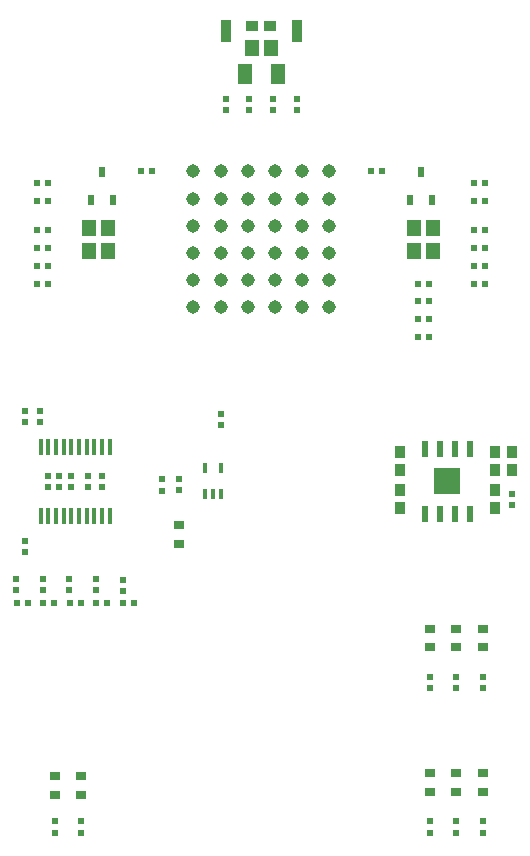
<source format=gtp>
G04*
G04 #@! TF.GenerationSoftware,Altium Limited,Altium Designer,23.11.1 (41)*
G04*
G04 Layer_Color=8421504*
%FSLAX25Y25*%
%MOIN*%
G70*
G04*
G04 #@! TF.SameCoordinates,CB1B34B6-0843-45E9-8427-EF7A7B179012*
G04*
G04*
G04 #@! TF.FilePolarity,Positive*
G04*
G01*
G75*
%ADD17R,0.02246X0.02049*%
%ADD18R,0.02390X0.02390*%
%ADD19R,0.02049X0.02246*%
%ADD20R,0.02390X0.02390*%
%ADD21C,0.04482*%
%ADD22R,0.01634X0.05571*%
%ADD23R,0.03559X0.03165*%
%ADD24R,0.02211X0.03786*%
%ADD25R,0.03730X0.03927*%
%ADD26R,0.02192X0.05538*%
%ADD27R,0.01465X0.03237*%
%ADD28R,0.08590X0.08590*%
%ADD29R,0.04841X0.05432*%
%ADD30R,0.04813X0.06782*%
%ADD31R,0.03927X0.03730*%
%ADD32R,0.03668X0.07605*%
D17*
X-57874Y-1870D02*
D03*
Y1870D02*
D03*
X-73819Y19783D02*
D03*
Y23524D02*
D03*
X-78740Y-23524D02*
D03*
Y-19783D02*
D03*
X-53150Y-1870D02*
D03*
Y1870D02*
D03*
X-13583Y18799D02*
D03*
Y22539D02*
D03*
X83661Y-7776D02*
D03*
Y-4035D02*
D03*
X-71260Y-1870D02*
D03*
Y1870D02*
D03*
X-67323Y-1870D02*
D03*
Y1870D02*
D03*
X-63386Y-1870D02*
D03*
Y1870D02*
D03*
X11811Y127461D02*
D03*
Y123721D02*
D03*
X3937Y127461D02*
D03*
Y123721D02*
D03*
X-3937Y127461D02*
D03*
Y123721D02*
D03*
X-11811Y127461D02*
D03*
Y123721D02*
D03*
X-33189Y689D02*
D03*
Y-3051D02*
D03*
X-60039Y-113287D02*
D03*
Y-117028D02*
D03*
X-68898Y-113287D02*
D03*
Y-117028D02*
D03*
X64961Y-65059D02*
D03*
Y-68799D02*
D03*
X56102Y-65059D02*
D03*
Y-68799D02*
D03*
X73819Y-65059D02*
D03*
Y-68799D02*
D03*
X56102Y-113287D02*
D03*
Y-117028D02*
D03*
X64961Y-113287D02*
D03*
Y-117028D02*
D03*
X73819Y-113287D02*
D03*
Y-117028D02*
D03*
D18*
X-72835Y-36260D02*
D03*
Y-32638D02*
D03*
X-55118Y-36260D02*
D03*
Y-32638D02*
D03*
X-63976Y-36260D02*
D03*
Y-32638D02*
D03*
X-81693Y-36260D02*
D03*
Y-32638D02*
D03*
X-46260Y-36417D02*
D03*
Y-32795D02*
D03*
X-78740Y19842D02*
D03*
Y23465D02*
D03*
X-27559Y827D02*
D03*
Y-2795D02*
D03*
D19*
X-72736Y-40354D02*
D03*
X-68996D02*
D03*
X-46161Y-40354D02*
D03*
X-42421D02*
D03*
X-55020D02*
D03*
X-51279D02*
D03*
X-81595Y-40354D02*
D03*
X-77854D02*
D03*
X-63878Y-40354D02*
D03*
X-60138D02*
D03*
X36516Y103347D02*
D03*
X40256D02*
D03*
X-36516D02*
D03*
X-40256D02*
D03*
D20*
X55945Y48228D02*
D03*
X52323D02*
D03*
X-74646Y65945D02*
D03*
X-71024D02*
D03*
X74646D02*
D03*
X71024D02*
D03*
X52323Y54134D02*
D03*
X55945D02*
D03*
X52323Y60039D02*
D03*
X55945D02*
D03*
X52323Y65945D02*
D03*
X55945D02*
D03*
X-71024Y83661D02*
D03*
X-74646D02*
D03*
X-71024Y77756D02*
D03*
X-74646D02*
D03*
X-71024Y71850D02*
D03*
X-74646D02*
D03*
X71024D02*
D03*
X74646D02*
D03*
X71024Y77756D02*
D03*
X74646D02*
D03*
X71024Y83661D02*
D03*
X74646D02*
D03*
X71024Y93504D02*
D03*
X74646D02*
D03*
X71024Y99410D02*
D03*
X74646D02*
D03*
X-71024Y93504D02*
D03*
X-74646D02*
D03*
X-71024Y99409D02*
D03*
X-74646D02*
D03*
D21*
X-13583Y67126D02*
D03*
X-4528Y94291D02*
D03*
X4528D02*
D03*
X-22638Y103347D02*
D03*
X22638D02*
D03*
X-13583D02*
D03*
Y94291D02*
D03*
X13583Y103347D02*
D03*
Y94291D02*
D03*
X-22638Y67126D02*
D03*
X-13583Y85236D02*
D03*
Y76181D02*
D03*
X-22638Y58071D02*
D03*
X13583D02*
D03*
X22638D02*
D03*
X-4528Y103347D02*
D03*
X4528D02*
D03*
X-4528Y58071D02*
D03*
X4528D02*
D03*
X-4528Y85236D02*
D03*
X4528D02*
D03*
X13583D02*
D03*
X-4528Y76181D02*
D03*
X4528D02*
D03*
X13583D02*
D03*
X-13583Y58071D02*
D03*
X-22638Y85236D02*
D03*
X22638D02*
D03*
Y76181D02*
D03*
X-22638D02*
D03*
Y94291D02*
D03*
X22638D02*
D03*
X-4528Y67126D02*
D03*
X4528D02*
D03*
X13583D02*
D03*
X22638D02*
D03*
D22*
X-63287Y11516D02*
D03*
X-58169Y-11516D02*
D03*
X-55610Y11516D02*
D03*
X-70965Y-11516D02*
D03*
X-68405Y11516D02*
D03*
X-65847Y-11516D02*
D03*
X-68405D02*
D03*
X-65847Y11516D02*
D03*
X-53051Y-11516D02*
D03*
X-50492Y11516D02*
D03*
X-63287Y-11516D02*
D03*
X-60728D02*
D03*
X-55610D02*
D03*
X-50492D02*
D03*
X-70965Y11516D02*
D03*
X-60728D02*
D03*
X-58169D02*
D03*
X-53051D02*
D03*
X-73524Y-11516D02*
D03*
Y11516D02*
D03*
D23*
X-60039Y-104429D02*
D03*
X-68898D02*
D03*
X64961Y-55216D02*
D03*
X56102D02*
D03*
X73819D02*
D03*
X56102Y-103445D02*
D03*
X64960Y-103445D02*
D03*
X73819Y-103445D02*
D03*
X-27559Y-14665D02*
D03*
X73819Y-49114D02*
D03*
X56102D02*
D03*
X64961D02*
D03*
X-68898Y-98327D02*
D03*
X-60039D02*
D03*
X64960Y-97343D02*
D03*
X73819Y-97342D02*
D03*
X56102D02*
D03*
X-27559Y-20768D02*
D03*
D24*
X-53150Y103150D02*
D03*
X53150D02*
D03*
X-56890Y93701D02*
D03*
X49409D02*
D03*
X56890D02*
D03*
X-49409D02*
D03*
D25*
X46260Y-8858D02*
D03*
X77756Y9843D02*
D03*
X46260D02*
D03*
X77756Y-2953D02*
D03*
X46260Y3937D02*
D03*
X77756D02*
D03*
X46260Y-2953D02*
D03*
X83661Y3937D02*
D03*
X77756Y-8858D02*
D03*
X83661Y9843D02*
D03*
D26*
X54508Y-10728D02*
D03*
X59508D02*
D03*
X69508Y10728D02*
D03*
X59508D02*
D03*
X54508D02*
D03*
X64508Y-10728D02*
D03*
X69508D02*
D03*
X64508Y10728D02*
D03*
D27*
X-13583Y-4331D02*
D03*
X-16142D02*
D03*
X-13583Y4331D02*
D03*
X-18701D02*
D03*
Y-4331D02*
D03*
D28*
X62008Y0D02*
D03*
D29*
X-57284Y76772D02*
D03*
Y84646D02*
D03*
X57284D02*
D03*
Y76772D02*
D03*
X-3150Y144488D02*
D03*
X3150D02*
D03*
X50984Y84646D02*
D03*
Y76772D02*
D03*
X-50984Y84646D02*
D03*
Y76772D02*
D03*
D30*
X-5512Y135827D02*
D03*
X5512D02*
D03*
D31*
X-2953Y151969D02*
D03*
X2953D02*
D03*
D32*
X-11811Y150000D02*
D03*
X11811D02*
D03*
M02*

</source>
